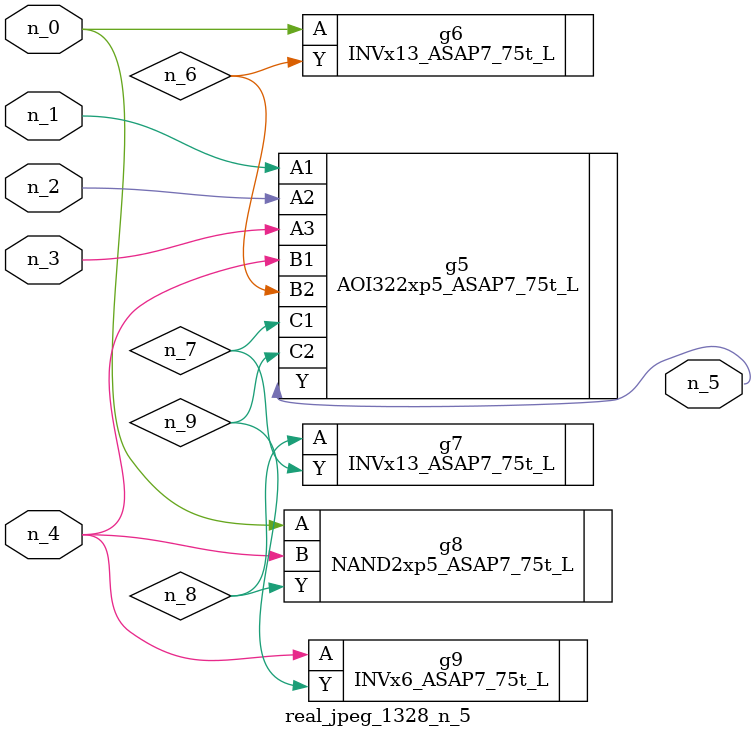
<source format=v>
module real_jpeg_1328_n_5 (n_4, n_0, n_1, n_2, n_3, n_5);

input n_4;
input n_0;
input n_1;
input n_2;
input n_3;

output n_5;

wire n_8;
wire n_6;
wire n_7;
wire n_9;

INVx13_ASAP7_75t_L g6 ( 
.A(n_0),
.Y(n_6)
);

NAND2xp5_ASAP7_75t_L g8 ( 
.A(n_0),
.B(n_4),
.Y(n_8)
);

AOI322xp5_ASAP7_75t_L g5 ( 
.A1(n_1),
.A2(n_2),
.A3(n_3),
.B1(n_4),
.B2(n_6),
.C1(n_7),
.C2(n_9),
.Y(n_5)
);

INVx6_ASAP7_75t_L g9 ( 
.A(n_4),
.Y(n_9)
);

INVx13_ASAP7_75t_L g7 ( 
.A(n_8),
.Y(n_7)
);


endmodule
</source>
